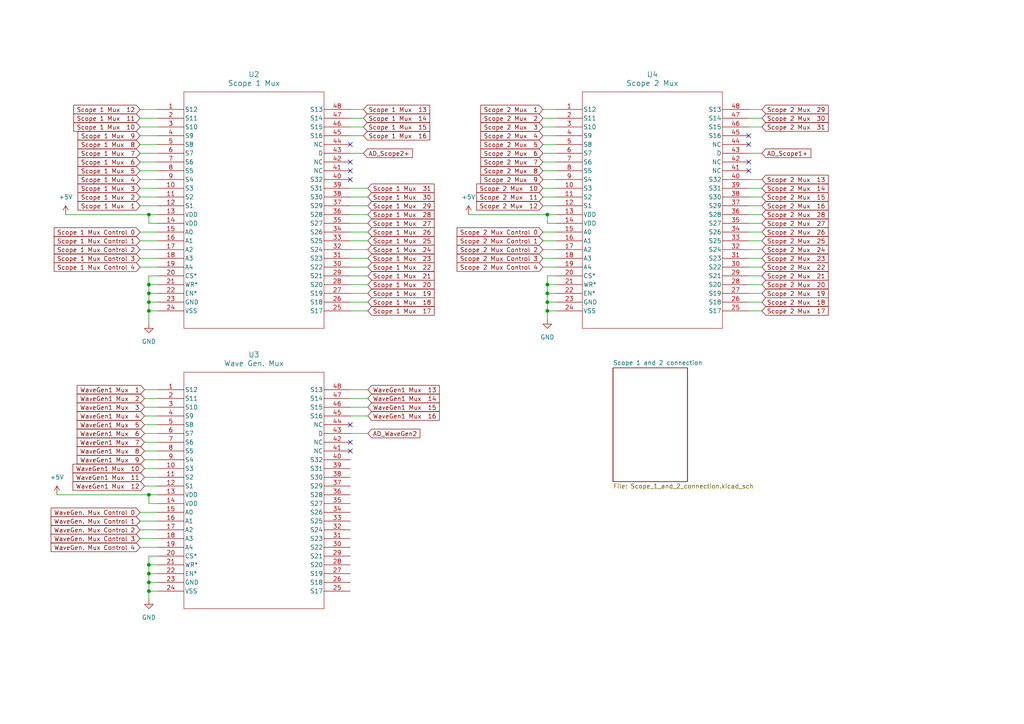
<source format=kicad_sch>
(kicad_sch (version 20250114) (generator "eeschema") (generator_version "9.0")
  (paper "A4")
  (lib_symbols
    (symbol "3rdPrty_Symbols:ADG732BSUZ" (pin_names (offset 0.254))
      (property "Reference" "U" (at 27.94 10.16 0))
      (property "Value" "ADG732BSUZ" (at 27.94 7.62 0))
      (symbol "ADG732BSUZ_0_1"
        (polyline (pts (xy 7.62 5.08) (xy 7.62 -63.5)) (stroke (width 0.127)))
        (polyline (pts (xy 7.62 -63.5) (xy 48.26 -63.5)) (stroke (width 0.127)))
        (polyline (pts (xy 48.26 5.08) (xy 7.62 5.08)) (stroke (width 0.127)))
        (polyline (pts (xy 48.26 -63.5) (xy 48.26 5.08)) (stroke (width 0.127)))
        (pin unspecified line (at 0 0 0) (length 7.62) (name "S12") (number "1"))
        (pin unspecified line (at 0 -2.54 0) (length 7.62) (name "S11") (number "2"))
        (pin unspecified line (at 0 -5.08 0) (length 7.62) (name "S10") (number "3"))
        (pin unspecified line (at 0 -7.62 0) (length 7.62) (name "S9") (number "4"))
        (pin unspecified line (at 0 -10.16 0) (length 7.62) (name "S8") (number "5"))
        (pin unspecified line (at 0 -12.7 0) (length 7.62) (name "S7") (number "6"))
        (pin unspecified line (at 0 -15.24 0) (length 7.62) (name "S6") (number "7"))
        (pin unspecified line (at 0 -17.78 0) (length 7.62) (name "S5") (number "8"))
        (pin unspecified line (at 0 -20.32 0) (length 7.62) (name "S4") (number "9"))
        (pin unspecified line (at 0 -22.86 0) (length 7.62) (name "S3") (number "10"))
        (pin unspecified line (at 0 -25.4 0) (length 7.62) (name "S2") (number "11"))
        (pin unspecified line (at 0 -27.94 0) (length 7.62) (name "S1") (number "12"))
        (pin power_in line (at 0 -30.48 0) (length 7.62) (name "VDD") (number "13"))
        (pin power_in line (at 0 -33.02 0) (length 7.62) (name "VDD") (number "14"))
        (pin unspecified line (at 0 -35.56 0) (length 7.62) (name "A0") (number "15"))
        (pin unspecified line (at 0 -38.1 0) (length 7.62) (name "A1") (number "16"))
        (pin unspecified line (at 0 -40.64 0) (length 7.62) (name "A2") (number "17"))
        (pin unspecified line (at 0 -43.18 0) (length 7.62) (name "A3") (number "18"))
        (pin unspecified line (at 0 -45.72 0) (length 7.62) (name "A4") (number "19"))
        (pin unspecified line (at 0 -48.26 0) (length 7.62) (name "CS*") (number "20"))
        (pin unspecified line (at 0 -50.8 0) (length 7.62) (name "WR*") (number "21"))
        (pin unspecified line (at 0 -53.34 0) (length 7.62) (name "EN*") (number "22"))
        (pin unspecified line (at 0 -55.88 0) (length 7.62) (name "GND") (number "23"))
        (pin power_in line (at 0 -58.42 0) (length 7.62) (name "VSS") (number "24"))
        (pin unspecified line (at 55.88 0 180) (length 7.62) (name "S13") (number "48"))
        (pin unspecified line (at 55.88 -2.54 180) (length 7.62) (name "S14") (number "47"))
        (pin unspecified line (at 55.88 -5.08 180) (length 7.62) (name "S15") (number "46"))
        (pin unspecified line (at 55.88 -7.62 180) (length 7.62) (name "S16") (number "45"))
        (pin unspecified line (at 55.88 -10.16 180) (length 7.62) (name "NC") (number "44"))
        (pin unspecified line (at 55.88 -12.7 180) (length 7.62) (name "D") (number "43"))
        (pin unspecified line (at 55.88 -15.24 180) (length 7.62) (name "NC") (number "42"))
        (pin unspecified line (at 55.88 -17.78 180) (length 7.62) (name "NC") (number "41"))
        (pin unspecified line (at 55.88 -20.32 180) (length 7.62) (name "S32") (number "40"))
        (pin unspecified line (at 55.88 -22.86 180) (length 7.62) (name "S31") (number "39"))
        (pin unspecified line (at 55.88 -25.4 180) (length 7.62) (name "S30") (number "38"))
        (pin unspecified line (at 55.88 -27.94 180) (length 7.62) (name "S29") (number "37"))
        (pin unspecified line (at 55.88 -30.48 180) (length 7.62) (name "S28") (number "36"))
        (pin unspecified line (at 55.88 -33.02 180) (length 7.62) (name "S27") (number "35"))
        (pin unspecified line (at 55.88 -35.56 180) (length 7.62) (name "S26") (number "34"))
        (pin unspecified line (at 55.88 -38.1 180) (length 7.62) (name "S25") (number "33"))
        (pin unspecified line (at 55.88 -40.64 180) (length 7.62) (name "S24") (number "32"))
        (pin unspecified line (at 55.88 -43.18 180) (length 7.62) (name "S23") (number "31"))
        (pin unspecified line (at 55.88 -45.72 180) (length 7.62) (name "S22") (number "30"))
        (pin unspecified line (at 55.88 -48.26 180) (length 7.62) (name "S21") (number "29"))
        (pin unspecified line (at 55.88 -50.8 180) (length 7.62) (name "S20") (number "28"))
        (pin unspecified line (at 55.88 -53.34 180) (length 7.62) (name "S19") (number "27"))
        (pin unspecified line (at 55.88 -55.88 180) (length 7.62) (name "S18") (number "26"))
        (pin unspecified line (at 55.88 -58.42 180) (length 7.62) (name "S17") (number "25"))
      )
    )
    (symbol "power:+5V" (power) (pin_numbers (hide yes)) (pin_names (offset 0) (hide yes))
      (property "Value" "+5V" (at 0 3.556 0))
      (symbol "+5V_0_1"
        (polyline (pts (xy -0.762 1.27) (xy 0 2.54)))
        (polyline (pts (xy 0 2.54) (xy 0.762 1.27)))
        (polyline (pts (xy 0 0) (xy 0 2.54)))
      )
      (symbol "+5V_1_1"
        (pin power_in line (at 0 0 90) (length 0) (name "~") (number "1"))
      )
    )
    (symbol "power:GND" (power) (pin_numbers (hide yes)) (pin_names (offset 0) (hide yes))
      (property "Value" "GND" (at 0 -3.81 0))
      (symbol "GND_0_1"
        (polyline (pts (xy 0 0) (xy 0 -1.27) (xy 1.27 -1.27) (xy 0 -2.54) (xy -1.27 -1.27) (xy 0 -1.27)))
      )
      (symbol "GND_1_1"
        (pin power_in line (at 0 0 270) (length 0) (name "~") (number "1"))
      )
    )
  )
  (junction (at 43.18 90.17))
  (junction (at 43.18 82.55))
  (junction (at 43.18 87.63))
  (junction (at 158.75 82.55))
  (junction (at 158.75 62.23))
  (junction (at 158.75 90.17))
  (junction (at 43.18 168.91))
  (junction (at 43.18 62.23))
  (junction (at 43.18 163.83))
  (junction (at 43.18 166.37))
  (junction (at 43.18 143.51))
  (junction (at 158.75 87.63))
  (junction (at 43.18 85.09))
  (junction (at 158.75 85.09))
  (junction (at 43.18 171.45))
  (no_connect (at 101.6 130.81))
  (no_connect (at 101.6 41.91))
  (no_connect (at 217.17 49.53))
  (no_connect (at 217.17 46.99))
  (no_connect (at 101.6 46.99))
  (no_connect (at 217.17 39.37))
  (no_connect (at 101.6 52.07))
  (no_connect (at 101.6 123.19))
  (no_connect (at 101.6 128.27))
  (no_connect (at 101.6 49.53))
  (no_connect (at 217.17 41.91))
  (wire (pts (xy 105.41 44.45) (xy 101.6 44.45)))
  (wire (pts (xy 217.17 69.85) (xy 220.98 69.85)))
  (wire (pts (xy 217.17 64.77) (xy 220.98 64.77)))
  (wire (pts (xy 157.48 41.91) (xy 161.29 41.91)))
  (wire (pts (xy 40.64 77.47) (xy 45.72 77.47)))
  (wire (pts (xy 217.17 31.75) (xy 220.98 31.75)))
  (wire (pts (xy 217.17 67.31) (xy 220.98 67.31)))
  (wire (pts (xy 43.18 143.51) (xy 43.18 146.05)))
  (wire (pts (xy 101.6 74.93) (xy 106.68 74.93)))
  (wire (pts (xy 45.72 85.09) (xy 43.18 85.09)))
  (wire (pts (xy 41.91 130.81) (xy 45.72 130.81)))
  (wire (pts (xy 217.17 34.29) (xy 220.98 34.29)))
  (wire (pts (xy 101.6 39.37) (xy 105.41 39.37)))
  (wire (pts (xy 43.18 143.51) (xy 45.72 143.51)))
  (wire (pts (xy 40.64 52.07) (xy 45.72 52.07)))
  (wire (pts (xy 217.17 62.23) (xy 220.98 62.23)))
  (wire (pts (xy 45.72 161.29) (xy 43.18 161.29)))
  (wire (pts (xy 158.75 85.09) (xy 158.75 87.63)))
  (wire (pts (xy 41.91 115.57) (xy 45.72 115.57)))
  (wire (pts (xy 158.75 90.17) (xy 161.29 90.17)))
  (wire (pts (xy 101.6 90.17) (xy 106.68 90.17)))
  (wire (pts (xy 157.48 77.47) (xy 161.29 77.47)))
  (wire (pts (xy 158.75 62.23) (xy 161.29 62.23)))
  (wire (pts (xy 41.91 125.73) (xy 45.72 125.73)))
  (wire (pts (xy 40.64 74.93) (xy 45.72 74.93)))
  (wire (pts (xy 101.6 34.29) (xy 105.41 34.29)))
  (wire (pts (xy 41.91 118.11) (xy 45.72 118.11)))
  (wire (pts (xy 45.72 146.05) (xy 43.18 146.05)))
  (wire (pts (xy 43.18 168.91) (xy 43.18 171.45)))
  (wire (pts (xy 157.48 39.37) (xy 161.29 39.37)))
  (wire (pts (xy 40.64 49.53) (xy 45.72 49.53)))
  (wire (pts (xy 101.6 36.83) (xy 105.41 36.83)))
  (wire (pts (xy 45.72 163.83) (xy 43.18 163.83)))
  (wire (pts (xy 217.17 87.63) (xy 220.98 87.63)))
  (wire (pts (xy 41.91 128.27) (xy 45.72 128.27)))
  (wire (pts (xy 43.18 90.17) (xy 43.18 93.98)))
  (wire (pts (xy 101.6 82.55) (xy 106.68 82.55)))
  (wire (pts (xy 106.68 118.11) (xy 101.6 118.11)))
  (wire (pts (xy 161.29 80.01) (xy 158.75 80.01)))
  (wire (pts (xy 157.48 46.99) (xy 161.29 46.99)))
  (wire (pts (xy 101.6 125.73) (xy 106.68 125.73)))
  (wire (pts (xy 217.17 80.01) (xy 220.98 80.01)))
  (wire (pts (xy 157.48 34.29) (xy 161.29 34.29)))
  (wire (pts (xy 41.91 140.97) (xy 45.72 140.97)))
  (wire (pts (xy 40.64 34.29) (xy 45.72 34.29)))
  (wire (pts (xy 43.18 85.09) (xy 43.18 87.63)))
  (wire (pts (xy 220.98 54.61) (xy 217.17 54.61)))
  (wire (pts (xy 220.98 57.15) (xy 217.17 57.15)))
  (wire (pts (xy 40.64 151.13) (xy 45.72 151.13)))
  (wire (pts (xy 101.6 59.69) (xy 106.68 59.69)))
  (wire (pts (xy 220.98 52.07) (xy 217.17 52.07)))
  (wire (pts (xy 40.64 72.39) (xy 45.72 72.39)))
  (wire (pts (xy 158.75 87.63) (xy 158.75 90.17)))
  (wire (pts (xy 161.29 85.09) (xy 158.75 85.09)))
  (wire (pts (xy 106.68 115.57) (xy 101.6 115.57)))
  (wire (pts (xy 43.18 62.23) (xy 45.72 62.23)))
  (wire (pts (xy 43.18 90.17) (xy 45.72 90.17)))
  (wire (pts (xy 40.64 44.45) (xy 45.72 44.45)))
  (wire (pts (xy 19.05 62.23) (xy 43.18 62.23)))
  (wire (pts (xy 41.91 135.89) (xy 45.72 135.89)))
  (wire (pts (xy 43.18 62.23) (xy 43.18 64.77)))
  (wire (pts (xy 43.18 171.45) (xy 45.72 171.45)))
  (wire (pts (xy 101.6 85.09) (xy 106.68 85.09)))
  (wire (pts (xy 40.64 59.69) (xy 45.72 59.69)))
  (wire (pts (xy 45.72 82.55) (xy 43.18 82.55)))
  (wire (pts (xy 158.75 62.23) (xy 158.75 64.77)))
  (wire (pts (xy 40.64 57.15) (xy 45.72 57.15)))
  (wire (pts (xy 45.72 168.91) (xy 43.18 168.91)))
  (wire (pts (xy 40.64 39.37) (xy 45.72 39.37)))
  (wire (pts (xy 217.17 77.47) (xy 220.98 77.47)))
  (wire (pts (xy 161.29 82.55) (xy 158.75 82.55)))
  (wire (pts (xy 157.48 59.69) (xy 161.29 59.69)))
  (wire (pts (xy 158.75 90.17) (xy 158.75 92.71)))
  (wire (pts (xy 220.98 44.45) (xy 217.17 44.45)))
  (wire (pts (xy 101.6 72.39) (xy 106.68 72.39)))
  (wire (pts (xy 217.17 74.93) (xy 220.98 74.93)))
  (wire (pts (xy 101.6 62.23) (xy 106.68 62.23)))
  (wire (pts (xy 101.6 54.61) (xy 106.68 54.61)))
  (wire (pts (xy 40.64 54.61) (xy 45.72 54.61)))
  (wire (pts (xy 101.6 80.01) (xy 106.68 80.01)))
  (wire (pts (xy 217.17 72.39) (xy 220.98 72.39)))
  (wire (pts (xy 157.48 49.53) (xy 161.29 49.53)))
  (wire (pts (xy 161.29 87.63) (xy 158.75 87.63)))
  (wire (pts (xy 43.18 80.01) (xy 43.18 82.55)))
  (wire (pts (xy 40.64 156.21) (xy 45.72 156.21)))
  (wire (pts (xy 41.91 133.35) (xy 45.72 133.35)))
  (wire (pts (xy 101.6 57.15) (xy 106.68 57.15)))
  (wire (pts (xy 40.64 31.75) (xy 45.72 31.75)))
  (wire (pts (xy 106.68 120.65) (xy 101.6 120.65)))
  (wire (pts (xy 217.17 90.17) (xy 220.98 90.17)))
  (wire (pts (xy 101.6 64.77) (xy 106.68 64.77)))
  (wire (pts (xy 43.18 82.55) (xy 43.18 85.09)))
  (wire (pts (xy 157.48 36.83) (xy 161.29 36.83)))
  (wire (pts (xy 40.64 36.83) (xy 45.72 36.83)))
  (wire (pts (xy 43.18 166.37) (xy 43.18 168.91)))
  (wire (pts (xy 157.48 31.75) (xy 161.29 31.75)))
  (wire (pts (xy 101.6 77.47) (xy 106.68 77.47)))
  (wire (pts (xy 43.18 163.83) (xy 43.18 166.37)))
  (wire (pts (xy 157.48 72.39) (xy 161.29 72.39)))
  (wire (pts (xy 40.64 69.85) (xy 45.72 69.85)))
  (wire (pts (xy 220.98 59.69) (xy 217.17 59.69)))
  (wire (pts (xy 101.6 31.75) (xy 105.41 31.75)))
  (wire (pts (xy 40.64 153.67) (xy 45.72 153.67)))
  (wire (pts (xy 217.17 85.09) (xy 220.98 85.09)))
  (wire (pts (xy 135.89 62.23) (xy 158.75 62.23)))
  (wire (pts (xy 157.48 44.45) (xy 161.29 44.45)))
  (wire (pts (xy 101.6 67.31) (xy 106.68 67.31)))
  (wire (pts (xy 158.75 80.01) (xy 158.75 82.55)))
  (wire (pts (xy 161.29 64.77) (xy 158.75 64.77)))
  (wire (pts (xy 40.64 158.75) (xy 45.72 158.75)))
  (wire (pts (xy 157.48 54.61) (xy 161.29 54.61)))
  (wire (pts (xy 43.18 87.63) (xy 43.18 90.17)))
  (wire (pts (xy 157.48 69.85) (xy 161.29 69.85)))
  (wire (pts (xy 217.17 82.55) (xy 220.98 82.55)))
  (wire (pts (xy 41.91 120.65) (xy 45.72 120.65)))
  (wire (pts (xy 43.18 171.45) (xy 43.18 173.99)))
  (wire (pts (xy 40.64 46.99) (xy 45.72 46.99)))
  (wire (pts (xy 16.51 143.51) (xy 43.18 143.51)))
  (wire (pts (xy 45.72 166.37) (xy 43.18 166.37)))
  (wire (pts (xy 45.72 87.63) (xy 43.18 87.63)))
  (wire (pts (xy 40.64 148.59) (xy 45.72 148.59)))
  (wire (pts (xy 41.91 123.19) (xy 45.72 123.19)))
  (wire (pts (xy 157.48 52.07) (xy 161.29 52.07)))
  (wire (pts (xy 217.17 36.83) (xy 220.98 36.83)))
  (wire (pts (xy 45.72 64.77) (xy 43.18 64.77)))
  (wire (pts (xy 157.48 67.31) (xy 161.29 67.31)))
  (wire (pts (xy 40.64 67.31) (xy 45.72 67.31)))
  (wire (pts (xy 157.48 57.15) (xy 161.29 57.15)))
  (wire (pts (xy 101.6 87.63) (xy 106.68 87.63)))
  (wire (pts (xy 45.72 80.01) (xy 43.18 80.01)))
  (wire (pts (xy 43.18 161.29) (xy 43.18 163.83)))
  (wire (pts (xy 40.64 41.91) (xy 45.72 41.91)))
  (wire (pts (xy 41.91 138.43) (xy 45.72 138.43)))
  (wire (pts (xy 101.6 69.85) (xy 106.68 69.85)))
  (wire (pts (xy 157.48 74.93) (xy 161.29 74.93)))
  (wire (pts (xy 41.91 113.03) (xy 45.72 113.03)))
  (wire (pts (xy 158.75 82.55) (xy 158.75 85.09)))
  (wire (pts (xy 106.68 113.03) (xy 101.6 113.03)))
  (global_label "Scope 1 Mux Control 4" (shape input) (at 40.64 77.47 180) (property "Intersheetrefs" "${INTERSHEET_REFS}" (effects (hide yes))))
  (global_label "Scope 2 Mux  30" (shape input) (at 220.98 34.29 0) (property "Intersheetrefs" "${INTERSHEET_REFS}" (effects (hide yes))))
  (global_label "Scope 2 Mux  13" (shape input) (at 220.98 52.07 0) (property "Intersheetrefs" "${INTERSHEET_REFS}" (effects (hide yes))))
  (global_label "Scope 2 Mux  25" (shape input) (at 220.98 69.85 0) (property "Intersheetrefs" "${INTERSHEET_REFS}" (effects (hide yes))))
  (global_label "WaveGen1 Mux  11" (shape input) (at 41.91 138.43 180) (property "Intersheetrefs" "${INTERSHEET_REFS}" (effects (hide yes))))
  (global_label "Scope 1 Mux  15" (shape input) (at 105.41 36.83 0) (property "Intersheetrefs" "${INTERSHEET_REFS}" (effects (hide yes))))
  (global_label "Scope 2 Mux  20" (shape input) (at 220.98 82.55 0) (property "Intersheetrefs" "${INTERSHEET_REFS}" (effects (hide yes))))
  (global_label "Scope 2 Mux  17" (shape input) (at 220.98 90.17 0) (property "Intersheetrefs" "${INTERSHEET_REFS}" (effects (hide yes))))
  (global_label "Scope 2 Mux  9" (shape input) (at 157.48 52.07 180) (property "Intersheetrefs" "${INTERSHEET_REFS}" (effects (hide yes))))
  (global_label "Scope 2 Mux  31" (shape input) (at 220.98 36.83 0) (property "Intersheetrefs" "${INTERSHEET_REFS}" (effects (hide yes))))
  (global_label "Scope 2 Mux  15" (shape input) (at 220.98 57.15 0) (property "Intersheetrefs" "${INTERSHEET_REFS}" (effects (hide yes))))
  (global_label "Scope 1 Mux  5" (shape input) (at 40.64 49.53 180) (property "Intersheetrefs" "${INTERSHEET_REFS}" (effects (hide yes))))
  (global_label "Scope 1 Mux  21" (shape input) (at 106.68 80.01 0) (property "Intersheetrefs" "${INTERSHEET_REFS}" (effects (hide yes))))
  (global_label "WaveGen1 Mux  3" (shape input) (at 41.91 118.11 180) (property "Intersheetrefs" "${INTERSHEET_REFS}" (effects (hide yes))))
  (global_label "AD_Scope2+" (shape input) (at 105.41 44.45 0) (property "Intersheetrefs" "${INTERSHEET_REFS}" (effects (hide yes))))
  (global_label "Scope 1 Mux  9" (shape input) (at 40.64 39.37 180) (property "Intersheetrefs" "${INTERSHEET_REFS}" (effects (hide yes))))
  (global_label "Scope 1 Mux  27" (shape input) (at 106.68 64.77 0) (property "Intersheetrefs" "${INTERSHEET_REFS}" (effects (hide yes))))
  (global_label "Scope 1 Mux  23" (shape input) (at 106.68 74.93 0) (property "Intersheetrefs" "${INTERSHEET_REFS}" (effects (hide yes))))
  (global_label "Scope 1 Mux  11" (shape input) (at 40.64 34.29 180) (property "Intersheetrefs" "${INTERSHEET_REFS}" (effects (hide yes))))
  (global_label "AD_WaveGen2" (shape input) (at 106.68 125.73 0) (property "Intersheetrefs" "${INTERSHEET_REFS}" (effects (hide yes))))
  (global_label "Scope 1 Mux  3" (shape input) (at 40.64 54.61 180) (property "Intersheetrefs" "${INTERSHEET_REFS}" (effects (hide yes))))
  (global_label "Scope 1 Mux  25" (shape input) (at 106.68 69.85 0) (property "Intersheetrefs" "${INTERSHEET_REFS}" (effects (hide yes))))
  (global_label "Scope 1 Mux Control 3" (shape input) (at 40.64 74.93 180) (property "Intersheetrefs" "${INTERSHEET_REFS}" (effects (hide yes))))
  (global_label "Scope 1 Mux  12" (shape input) (at 40.64 31.75 180) (property "Intersheetrefs" "${INTERSHEET_REFS}" (effects (hide yes))))
  (global_label "Scope 2 Mux  29" (shape input) (at 220.98 31.75 0) (property "Intersheetrefs" "${INTERSHEET_REFS}" (effects (hide yes))))
  (global_label "WaveGen1 Mux  9" (shape input) (at 41.91 133.35 180) (property "Intersheetrefs" "${INTERSHEET_REFS}" (effects (hide yes))))
  (global_label "Scope 1 Mux  2" (shape input) (at 40.64 57.15 180) (property "Intersheetrefs" "${INTERSHEET_REFS}" (effects (hide yes))))
  (global_label "Scope 1 Mux  1" (shape input) (at 40.64 59.69 180) (property "Intersheetrefs" "${INTERSHEET_REFS}" (effects (hide yes))))
  (global_label "Scope 1 Mux  8" (shape input) (at 40.64 41.91 180) (property "Intersheetrefs" "${INTERSHEET_REFS}" (effects (hide yes))))
  (global_label "AD_Scope1+" (shape input) (at 220.98 44.45 0) (property "Intersheetrefs" "${INTERSHEET_REFS}" (effects (hide yes))))
  (global_label "Scope 1 Mux  22" (shape input) (at 106.68 77.47 0) (property "Intersheetrefs" "${INTERSHEET_REFS}" (effects (hide yes))))
  (global_label "Scope 2 Mux  3" (shape input) (at 157.48 36.83 180) (property "Intersheetrefs" "${INTERSHEET_REFS}" (effects (hide yes))))
  (global_label "Scope 2 Mux  22" (shape input) (at 220.98 77.47 0) (property "Intersheetrefs" "${INTERSHEET_REFS}" (effects (hide yes))))
  (global_label "Scope 2 Mux  7" (shape input) (at 157.48 46.99 180) (property "Intersheetrefs" "${INTERSHEET_REFS}" (effects (hide yes))))
  (global_label "Scope 2 Mux  8" (shape input) (at 157.48 49.53 180) (property "Intersheetrefs" "${INTERSHEET_REFS}" (effects (hide yes))))
  (global_label "Scope 2 Mux  14" (shape input) (at 220.98 54.61 0) (property "Intersheetrefs" "${INTERSHEET_REFS}" (effects (hide yes))))
  (global_label "Scope 1 Mux  13" (shape input) (at 105.41 31.75 0) (property "Intersheetrefs" "${INTERSHEET_REFS}" (effects (hide yes))))
  (global_label "WaveGen. Mux Control 0" (shape input) (at 40.64 148.59 180) (property "Intersheetrefs" "${INTERSHEET_REFS}" (effects (hide yes))))
  (global_label "Scope 2 Mux  5" (shape input) (at 157.48 41.91 180) (property "Intersheetrefs" "${INTERSHEET_REFS}" (effects (hide yes))))
  (global_label "Scope 1 Mux  10" (shape input) (at 40.64 36.83 180) (property "Intersheetrefs" "${INTERSHEET_REFS}" (effects (hide yes))))
  (global_label "WaveGen1 Mux  13" (shape input) (at 106.68 113.03 0) (property "Intersheetrefs" "${INTERSHEET_REFS}" (effects (hide yes))))
  (global_label "WaveGen1 Mux  8" (shape input) (at 41.91 130.81 180) (property "Intersheetrefs" "${INTERSHEET_REFS}" (effects (hide yes))))
  (global_label "Scope 1 Mux Control 1" (shape input) (at 40.64 69.85 180) (property "Intersheetrefs" "${INTERSHEET_REFS}" (effects (hide yes))))
  (global_label "Scope 2 Mux  26" (shape input) (at 220.98 67.31 0) (property "Intersheetrefs" "${INTERSHEET_REFS}" (effects (hide yes))))
  (global_label "Scope 1 Mux  14" (shape input) (at 105.41 34.29 0) (property "Intersheetrefs" "${INTERSHEET_REFS}" (effects (hide yes))))
  (global_label "Scope 2 Mux  2" (shape input) (at 157.48 34.29 180) (property "Intersheetrefs" "${INTERSHEET_REFS}" (effects (hide yes))))
  (global_label "Scope 1 Mux  31" (shape input) (at 106.68 54.61 0) (property "Intersheetrefs" "${INTERSHEET_REFS}" (effects (hide yes))))
  (global_label "WaveGen. Mux Control 4" (shape input) (at 40.64 158.75 180) (property "Intersheetrefs" "${INTERSHEET_REFS}" (effects (hide yes))))
  (global_label "WaveGen1 Mux  2" (shape input) (at 41.91 115.57 180) (property "Intersheetrefs" "${INTERSHEET_REFS}" (effects (hide yes))))
  (global_label "Scope 1 Mux Control 0" (shape input) (at 40.64 67.31 180) (property "Intersheetrefs" "${INTERSHEET_REFS}" (effects (hide yes))))
  (global_label "Scope 1 Mux  20" (shape input) (at 106.68 82.55 0) (property "Intersheetrefs" "${INTERSHEET_REFS}" (effects (hide yes))))
  (global_label "Scope 2 Mux  21" (shape input) (at 220.98 80.01 0) (property "Intersheetrefs" "${INTERSHEET_REFS}" (effects (hide yes))))
  (global_label "Scope 2 Mux  16" (shape input) (at 220.98 59.69 0) (property "Intersheetrefs" "${INTERSHEET_REFS}" (effects (hide yes))))
  (global_label "Scope 1 Mux  30" (shape input) (at 106.68 57.15 0) (property "Intersheetrefs" "${INTERSHEET_REFS}" (effects (hide yes))))
  (global_label "WaveGen1 Mux  12" (shape input) (at 41.91 140.97 180) (property "Intersheetrefs" "${INTERSHEET_REFS}" (effects (hide yes))))
  (global_label "Scope 1 Mux  6" (shape input) (at 40.64 46.99 180) (property "Intersheetrefs" "${INTERSHEET_REFS}" (effects (hide yes))))
  (global_label "Scope 2 Mux  11" (shape input) (at 157.48 57.15 180) (property "Intersheetrefs" "${INTERSHEET_REFS}" (effects (hide yes))))
  (global_label "Scope 1 Mux  17" (shape input) (at 106.68 90.17 0) (property "Intersheetrefs" "${INTERSHEET_REFS}" (effects (hide yes))))
  (global_label "WaveGen. Mux Control 2" (shape input) (at 40.64 153.67 180) (property "Intersheetrefs" "${INTERSHEET_REFS}" (effects (hide yes))))
  (global_label "WaveGen1 Mux  6" (shape input) (at 41.91 125.73 180) (property "Intersheetrefs" "${INTERSHEET_REFS}" (effects (hide yes))))
  (global_label "Scope 1 Mux  19" (shape input) (at 106.68 85.09 0) (property "Intersheetrefs" "${INTERSHEET_REFS}" (effects (hide yes))))
  (global_label "WaveGen1 Mux  5" (shape input) (at 41.91 123.19 180) (property "Intersheetrefs" "${INTERSHEET_REFS}" (effects (hide yes))))
  (global_label "Scope 2 Mux  10" (shape input) (at 157.48 54.61 180) (property "Intersheetrefs" "${INTERSHEET_REFS}" (effects (hide yes))))
  (global_label "Scope 2 Mux  12" (shape input) (at 157.48 59.69 180) (property "Intersheetrefs" "${INTERSHEET_REFS}" (effects (hide yes))))
  (global_label "Scope 2 Mux  6" (shape input) (at 157.48 44.45 180) (property "Intersheetrefs" "${INTERSHEET_REFS}" (effects (hide yes))))
  (global_label "Scope 2 Mux  23" (shape input) (at 220.98 74.93 0) (property "Intersheetrefs" "${INTERSHEET_REFS}" (effects (hide yes))))
  (global_label "WaveGen1 Mux  14" (shape input) (at 106.68 115.57 0) (property "Intersheetrefs" "${INTERSHEET_REFS}" (effects (hide yes))))
  (global_label "Scope 2 Mux  24" (shape input) (at 220.98 72.39 0) (property "Intersheetrefs" "${INTERSHEET_REFS}" (effects (hide yes))))
  (global_label "Scope 2 Mux Control 3" (shape input) (at 157.48 74.93 180) (property "Intersheetrefs" "${INTERSHEET_REFS}" (effects (hide yes))))
  (global_label "WaveGen. Mux Control 1" (shape input) (at 40.64 151.13 180) (property "Intersheetrefs" "${INTERSHEET_REFS}" (effects (hide yes))))
  (global_label "Scope 1 Mux  7" (shape input) (at 40.64 44.45 180) (property "Intersheetrefs" "${INTERSHEET_REFS}" (effects (hide yes))))
  (global_label "WaveGen. Mux Control 3" (shape input) (at 40.64 156.21 180) (property "Intersheetrefs" "${INTERSHEET_REFS}" (effects (hide yes))))
  (global_label "Scope 2 Mux  27" (shape input) (at 220.98 64.77 0) (property "Intersheetrefs" "${INTERSHEET_REFS}" (effects (hide yes))))
  (global_label "WaveGen1 Mux  15" (shape input) (at 106.68 118.11 0) (property "Intersheetrefs" "${INTERSHEET_REFS}" (effects (hide yes))))
  (global_label "WaveGen1 Mux  4" (shape input) (at 41.91 120.65 180) (property "Intersheetrefs" "${INTERSHEET_REFS}" (effects (hide yes))))
  (global_label "Scope 2 Mux  18" (shape input) (at 220.98 87.63 0) (property "Intersheetrefs" "${INTERSHEET_REFS}" (effects (hide yes))))
  (global_label "WaveGen1 Mux  1" (shape input) (at 41.91 113.03 180) (property "Intersheetrefs" "${INTERSHEET_REFS}" (effects (hide yes))))
  (global_label "Scope 2 Mux Control 4" (shape input) (at 157.48 77.47 180) (property "Intersheetrefs" "${INTERSHEET_REFS}" (effects (hide yes))))
  (global_label "Scope 1 Mux  4" (shape input) (at 40.64 52.07 180) (property "Intersheetrefs" "${INTERSHEET_REFS}" (effects (hide yes))))
  (global_label "Scope 2 Mux  19" (shape input) (at 220.98 85.09 0) (property "Intersheetrefs" "${INTERSHEET_REFS}" (effects (hide yes))))
  (global_label "WaveGen1 Mux  10" (shape input) (at 41.91 135.89 180) (property "Intersheetrefs" "${INTERSHEET_REFS}" (effects (hide yes))))
  (global_label "Scope 1 Mux  28" (shape input) (at 106.68 62.23 0) (property "Intersheetrefs" "${INTERSHEET_REFS}" (effects (hide yes))))
  (global_label "Scope 1 Mux  18" (shape input) (at 106.68 87.63 0) (property "Intersheetrefs" "${INTERSHEET_REFS}" (effects (hide yes))))
  (global_label "Scope 2 Mux Control 0" (shape input) (at 157.48 67.31 180) (property "Intersheetrefs" "${INTERSHEET_REFS}" (effects (hide yes))))
  (global_label "Scope 1 Mux  16" (shape input) (at 105.41 39.37 0) (property "Intersheetrefs" "${INTERSHEET_REFS}" (effects (hide yes))))
  (global_label "Scope 1 Mux  24" (shape input) (at 106.68 72.39 0) (property "Intersheetrefs" "${INTERSHEET_REFS}" (effects (hide yes))))
  (global_label "WaveGen1 Mux  16" (shape input) (at 106.68 120.65 0) (property "Intersheetrefs" "${INTERSHEET_REFS}" (effects (hide yes))))
  (global_label "Scope 1 Mux  26" (shape input) (at 106.68 67.31 0) (property "Intersheetrefs" "${INTERSHEET_REFS}" (effects (hide yes))))
  (global_label "Scope 2 Mux Control 1" (shape input) (at 157.48 69.85 180) (property "Intersheetrefs" "${INTERSHEET_REFS}" (effects (hide yes))))
  (global_label "WaveGen1 Mux  7" (shape input) (at 41.91 128.27 180) (property "Intersheetrefs" "${INTERSHEET_REFS}" (effects (hide yes))))
  (global_label "Scope 1 Mux  29" (shape input) (at 106.68 59.69 0) (property "Intersheetrefs" "${INTERSHEET_REFS}" (effects (hide yes))))
  (global_label "Scope 2 Mux  28" (shape input) (at 220.98 62.23 0) (property "Intersheetrefs" "${INTERSHEET_REFS}" (effects (hide yes))))
  (global_label "Scope 2 Mux  1" (shape input) (at 157.48 31.75 180) (property "Intersheetrefs" "${INTERSHEET_REFS}" (effects (hide yes))))
  (global_label "Scope 1 Mux Control 2" (shape input) (at 40.64 72.39 180) (property "Intersheetrefs" "${INTERSHEET_REFS}" (effects (hide yes))))
  (global_label "Scope 2 Mux  4" (shape input) (at 157.48 39.37 180) (property "Intersheetrefs" "${INTERSHEET_REFS}" (effects (hide yes))))
  (global_label "Scope 2 Mux Control 2" (shape input) (at 157.48 72.39 180) (property "Intersheetrefs" "${INTERSHEET_REFS}" (effects (hide yes))))
  (symbol (lib_id "power:GND") (at 43.18 93.98 0) (unit 1)
    (property "Reference" "#PWR021" (effects (hide yes)))
    (property "Value" "GND" (at 43.18 99.06 0))
    (property "Description" "Power symbol creates a global label with name \"GND\" , ground" (effects (hide yes)))
  )
  (symbol (lib_id "power:+5V") (at 135.89 62.23 0) (unit 1)
    (property "Reference" "#PWR032" (effects (hide yes)))
    (property "Value" "+5V" (at 135.89 57.15 0))
    (property "Description" "Power symbol creates a global label with name \"+5V\"" (effects (hide yes)))
  )
  (symbol (lib_id "power:+5V") (at 19.05 62.23 0) (unit 1)
    (property "Reference" "#PWR031" (effects (hide yes)))
    (property "Value" "+5V" (at 19.05 57.15 0))
    (property "Description" "Power symbol creates a global label with name \"+5V\"" (effects (hide yes)))
  )
  (symbol (lib_id "power:+5V") (at 16.51 143.51 0) (unit 1)
    (property "Reference" "#PWR030" (effects (hide yes)))
    (property "Value" "+5V" (at 16.51 138.43 0))
    (property "Description" "Power symbol creates a global label with name \"+5V\"" (effects (hide yes)))
  )
  (symbol (lib_id "power:GND") (at 43.18 173.99 0) (unit 1)
    (property "Reference" "#PWR023" (effects (hide yes)))
    (property "Value" "GND" (at 43.18 179.07 0))
    (property "Description" "Power symbol creates a global label with name \"GND\" , ground" (effects (hide yes)))
  )
  (symbol (lib_id "power:GND") (at 158.75 92.71 0) (unit 1)
    (property "Reference" "#PWR022" (effects (hide yes)))
    (property "Value" "GND" (at 158.75 97.79 0))
    (property "Description" "Power symbol creates a global label with name \"GND\" , ground" (effects (hide yes)))
  )
  (symbol (lib_id "3rdPrty_Symbols:ADG732BSUZ") (at 45.72 31.75 0) (unit 1)
    (property "Reference" "U2" (at 73.66 21.59 0) (effects (font (size 1.524 1.524))))
    (property "Value" "Scope 1 Mux" (at 73.66 24.13 0) (effects (font (size 1.524 1.524))))
    (property "Footprint" "SU_48_ADI" (effects (hide yes)))
    (property "Datasheet" "ADG732BSUZ" (effects (hide yes)))
  )
  (symbol (lib_id "3rdPrty_Symbols:ADG732BSUZ") (at 45.72 113.03 0) (unit 1)
    (property "Reference" "U3" (at 73.66 102.87 0) (effects (font (size 1.524 1.524))))
    (property "Value" "Wave Gen. Mux" (at 73.66 105.41 0) (effects (font (size 1.524 1.524))))
    (property "Footprint" "SU_48_ADI" (effects (hide yes)))
    (property "Datasheet" "ADG732BSUZ" (effects (hide yes)))
  )
  (symbol (lib_id "3rdPrty_Symbols:ADG732BSUZ") (at 161.29 31.75 0) (unit 1)
    (property "Reference" "U4" (at 189.23 21.59 0) (effects (font (size 1.524 1.524))))
    (property "Value" "Scope 2 Mux" (at 189.23 24.13 0) (effects (font (size 1.524 1.524))))
    (property "Footprint" "SU_48_ADI" (effects (hide yes)))
    (property "Datasheet" "ADG732BSUZ" (effects (hide yes)))
  )
  (sheet (at 177.8 106.68) (size 21.59 33.02) (stroke (width 0.1524))
    (property "Sheetname" "Scope 1 and 2 connection" (at 177.8 105.9684 0) (effects (justify left bottom)))
    (property "Sheetfile" "Scope_1_and_2_connection.kicad_sch" (at 177.8 140.2846 0) (effects (justify left top)))
  )
)
</source>
